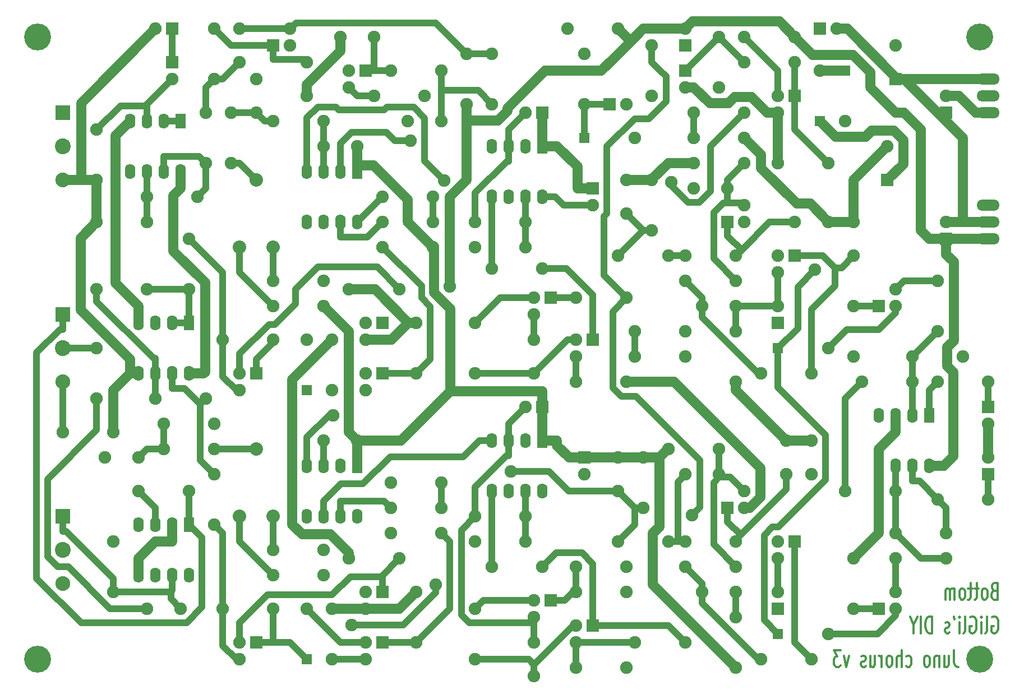
<source format=gbl>
G04 #@! TF.GenerationSoftware,KiCad,Pcbnew,5.1.10-88a1d61d58~88~ubuntu20.10.1*
G04 #@! TF.CreationDate,2021-06-25T22:17:59+02:00*
G04 #@! TF.ProjectId,juno-chorus-clone,6a756e6f-2d63-4686-9f72-75732d636c6f,3*
G04 #@! TF.SameCoordinates,Original*
G04 #@! TF.FileFunction,Copper,L2,Bot*
G04 #@! TF.FilePolarity,Positive*
%FSLAX46Y46*%
G04 Gerber Fmt 4.6, Leading zero omitted, Abs format (unit mm)*
G04 Created by KiCad (PCBNEW 5.1.10-88a1d61d58~88~ubuntu20.10.1) date 2021-06-25 22:17:59*
%MOMM*%
%LPD*%
G01*
G04 APERTURE LIST*
G04 #@! TA.AperFunction,NonConductor*
%ADD10C,0.300000*%
G04 #@! TD*
G04 #@! TA.AperFunction,ComponentPad*
%ADD11R,1.905000X1.905000*%
G04 #@! TD*
G04 #@! TA.AperFunction,ComponentPad*
%ADD12C,1.905000*%
G04 #@! TD*
G04 #@! TA.AperFunction,ComponentPad*
%ADD13C,2.395220*%
G04 #@! TD*
G04 #@! TA.AperFunction,ComponentPad*
%ADD14R,2.240280X2.240280*%
G04 #@! TD*
G04 #@! TA.AperFunction,ComponentPad*
%ADD15C,2.240280*%
G04 #@! TD*
G04 #@! TA.AperFunction,ComponentPad*
%ADD16R,1.574800X2.286000*%
G04 #@! TD*
G04 #@! TA.AperFunction,ComponentPad*
%ADD17O,1.574800X2.286000*%
G04 #@! TD*
G04 #@! TA.AperFunction,ComponentPad*
%ADD18R,1.524000X1.524000*%
G04 #@! TD*
G04 #@! TA.AperFunction,ComponentPad*
%ADD19C,2.032000*%
G04 #@! TD*
G04 #@! TA.AperFunction,ComponentPad*
%ADD20O,3.500120X1.699260*%
G04 #@! TD*
G04 #@! TA.AperFunction,ComponentPad*
%ADD21C,4.064000*%
G04 #@! TD*
G04 #@! TA.AperFunction,ViaPad*
%ADD22C,1.905000*%
G04 #@! TD*
G04 #@! TA.AperFunction,Conductor*
%ADD23C,1.524000*%
G04 #@! TD*
G04 #@! TA.AperFunction,Conductor*
%ADD24C,1.016000*%
G04 #@! TD*
G04 APERTURE END LIST*
D10*
X204079928Y-143328571D02*
X203844071Y-143449523D01*
X203765452Y-143570476D01*
X203686833Y-143812380D01*
X203686833Y-144175238D01*
X203765452Y-144417142D01*
X203844071Y-144538095D01*
X204001309Y-144659047D01*
X204630261Y-144659047D01*
X204630261Y-142119047D01*
X204079928Y-142119047D01*
X203922690Y-142240000D01*
X203844071Y-142360952D01*
X203765452Y-142602857D01*
X203765452Y-142844761D01*
X203844071Y-143086666D01*
X203922690Y-143207619D01*
X204079928Y-143328571D01*
X204630261Y-143328571D01*
X202743404Y-144659047D02*
X202900642Y-144538095D01*
X202979261Y-144417142D01*
X203057880Y-144175238D01*
X203057880Y-143449523D01*
X202979261Y-143207619D01*
X202900642Y-143086666D01*
X202743404Y-142965714D01*
X202507547Y-142965714D01*
X202350309Y-143086666D01*
X202271690Y-143207619D01*
X202193071Y-143449523D01*
X202193071Y-144175238D01*
X202271690Y-144417142D01*
X202350309Y-144538095D01*
X202507547Y-144659047D01*
X202743404Y-144659047D01*
X201721357Y-142965714D02*
X201092404Y-142965714D01*
X201485500Y-142119047D02*
X201485500Y-144296190D01*
X201406880Y-144538095D01*
X201249642Y-144659047D01*
X201092404Y-144659047D01*
X200777928Y-142965714D02*
X200148976Y-142965714D01*
X200542071Y-142119047D02*
X200542071Y-144296190D01*
X200463452Y-144538095D01*
X200306214Y-144659047D01*
X200148976Y-144659047D01*
X199362785Y-144659047D02*
X199520023Y-144538095D01*
X199598642Y-144417142D01*
X199677261Y-144175238D01*
X199677261Y-143449523D01*
X199598642Y-143207619D01*
X199520023Y-143086666D01*
X199362785Y-142965714D01*
X199126928Y-142965714D01*
X198969690Y-143086666D01*
X198891071Y-143207619D01*
X198812452Y-143449523D01*
X198812452Y-144175238D01*
X198891071Y-144417142D01*
X198969690Y-144538095D01*
X199126928Y-144659047D01*
X199362785Y-144659047D01*
X198104880Y-144659047D02*
X198104880Y-142965714D01*
X198104880Y-143207619D02*
X198026261Y-143086666D01*
X197869023Y-142965714D01*
X197633166Y-142965714D01*
X197475928Y-143086666D01*
X197397309Y-143328571D01*
X197397309Y-144659047D01*
X197397309Y-143328571D02*
X197318690Y-143086666D01*
X197161452Y-142965714D01*
X196925595Y-142965714D01*
X196768357Y-143086666D01*
X196689738Y-143328571D01*
X196689738Y-144659047D01*
X203780571Y-147320000D02*
X203937809Y-147199047D01*
X204173666Y-147199047D01*
X204409523Y-147320000D01*
X204566761Y-147561904D01*
X204645380Y-147803809D01*
X204724000Y-148287619D01*
X204724000Y-148650476D01*
X204645380Y-149134285D01*
X204566761Y-149376190D01*
X204409523Y-149618095D01*
X204173666Y-149739047D01*
X204016428Y-149739047D01*
X203780571Y-149618095D01*
X203701952Y-149497142D01*
X203701952Y-148650476D01*
X204016428Y-148650476D01*
X202758523Y-149739047D02*
X202915761Y-149618095D01*
X202994380Y-149376190D01*
X202994380Y-147199047D01*
X202129571Y-149739047D02*
X202129571Y-148045714D01*
X202129571Y-147199047D02*
X202208190Y-147320000D01*
X202129571Y-147440952D01*
X202050952Y-147320000D01*
X202129571Y-147199047D01*
X202129571Y-147440952D01*
X200478571Y-147320000D02*
X200635809Y-147199047D01*
X200871666Y-147199047D01*
X201107523Y-147320000D01*
X201264761Y-147561904D01*
X201343380Y-147803809D01*
X201422000Y-148287619D01*
X201422000Y-148650476D01*
X201343380Y-149134285D01*
X201264761Y-149376190D01*
X201107523Y-149618095D01*
X200871666Y-149739047D01*
X200714428Y-149739047D01*
X200478571Y-149618095D01*
X200399952Y-149497142D01*
X200399952Y-148650476D01*
X200714428Y-148650476D01*
X199456523Y-149739047D02*
X199613761Y-149618095D01*
X199692380Y-149376190D01*
X199692380Y-147199047D01*
X198827571Y-149739047D02*
X198827571Y-148045714D01*
X198827571Y-147199047D02*
X198906190Y-147320000D01*
X198827571Y-147440952D01*
X198748952Y-147320000D01*
X198827571Y-147199047D01*
X198827571Y-147440952D01*
X197962761Y-147199047D02*
X198120000Y-147682857D01*
X197333809Y-149618095D02*
X197176571Y-149739047D01*
X196862095Y-149739047D01*
X196704857Y-149618095D01*
X196626238Y-149376190D01*
X196626238Y-149255238D01*
X196704857Y-149013333D01*
X196862095Y-148892380D01*
X197097952Y-148892380D01*
X197255190Y-148771428D01*
X197333809Y-148529523D01*
X197333809Y-148408571D01*
X197255190Y-148166666D01*
X197097952Y-148045714D01*
X196862095Y-148045714D01*
X196704857Y-148166666D01*
X194660761Y-149739047D02*
X194660761Y-147199047D01*
X194267666Y-147199047D01*
X194031809Y-147320000D01*
X193874571Y-147561904D01*
X193795952Y-147803809D01*
X193717333Y-148287619D01*
X193717333Y-148650476D01*
X193795952Y-149134285D01*
X193874571Y-149376190D01*
X194031809Y-149618095D01*
X194267666Y-149739047D01*
X194660761Y-149739047D01*
X193009761Y-149739047D02*
X193009761Y-147199047D01*
X191909095Y-148529523D02*
X191909095Y-149739047D01*
X192459428Y-147199047D02*
X191909095Y-148529523D01*
X191358761Y-147199047D01*
X198035333Y-152279047D02*
X198035333Y-154093333D01*
X198113952Y-154456190D01*
X198271190Y-154698095D01*
X198507047Y-154819047D01*
X198664285Y-154819047D01*
X196541571Y-153125714D02*
X196541571Y-154819047D01*
X197249142Y-153125714D02*
X197249142Y-154456190D01*
X197170523Y-154698095D01*
X197013285Y-154819047D01*
X196777428Y-154819047D01*
X196620190Y-154698095D01*
X196541571Y-154577142D01*
X195755380Y-153125714D02*
X195755380Y-154819047D01*
X195755380Y-153367619D02*
X195676761Y-153246666D01*
X195519523Y-153125714D01*
X195283666Y-153125714D01*
X195126428Y-153246666D01*
X195047809Y-153488571D01*
X195047809Y-154819047D01*
X194025761Y-154819047D02*
X194183000Y-154698095D01*
X194261619Y-154577142D01*
X194340238Y-154335238D01*
X194340238Y-153609523D01*
X194261619Y-153367619D01*
X194183000Y-153246666D01*
X194025761Y-153125714D01*
X193789904Y-153125714D01*
X193632666Y-153246666D01*
X193554047Y-153367619D01*
X193475428Y-153609523D01*
X193475428Y-154335238D01*
X193554047Y-154577142D01*
X193632666Y-154698095D01*
X193789904Y-154819047D01*
X194025761Y-154819047D01*
X190802380Y-154698095D02*
X190959619Y-154819047D01*
X191274095Y-154819047D01*
X191431333Y-154698095D01*
X191509952Y-154577142D01*
X191588571Y-154335238D01*
X191588571Y-153609523D01*
X191509952Y-153367619D01*
X191431333Y-153246666D01*
X191274095Y-153125714D01*
X190959619Y-153125714D01*
X190802380Y-153246666D01*
X190094809Y-154819047D02*
X190094809Y-152279047D01*
X189387238Y-154819047D02*
X189387238Y-153488571D01*
X189465857Y-153246666D01*
X189623095Y-153125714D01*
X189858952Y-153125714D01*
X190016190Y-153246666D01*
X190094809Y-153367619D01*
X188365190Y-154819047D02*
X188522428Y-154698095D01*
X188601047Y-154577142D01*
X188679666Y-154335238D01*
X188679666Y-153609523D01*
X188601047Y-153367619D01*
X188522428Y-153246666D01*
X188365190Y-153125714D01*
X188129333Y-153125714D01*
X187972095Y-153246666D01*
X187893476Y-153367619D01*
X187814857Y-153609523D01*
X187814857Y-154335238D01*
X187893476Y-154577142D01*
X187972095Y-154698095D01*
X188129333Y-154819047D01*
X188365190Y-154819047D01*
X187107285Y-154819047D02*
X187107285Y-153125714D01*
X187107285Y-153609523D02*
X187028666Y-153367619D01*
X186950047Y-153246666D01*
X186792809Y-153125714D01*
X186635571Y-153125714D01*
X185377666Y-153125714D02*
X185377666Y-154819047D01*
X186085238Y-153125714D02*
X186085238Y-154456190D01*
X186006619Y-154698095D01*
X185849380Y-154819047D01*
X185613523Y-154819047D01*
X185456285Y-154698095D01*
X185377666Y-154577142D01*
X184670095Y-154698095D02*
X184512857Y-154819047D01*
X184198380Y-154819047D01*
X184041142Y-154698095D01*
X183962523Y-154456190D01*
X183962523Y-154335238D01*
X184041142Y-154093333D01*
X184198380Y-153972380D01*
X184434238Y-153972380D01*
X184591476Y-153851428D01*
X184670095Y-153609523D01*
X184670095Y-153488571D01*
X184591476Y-153246666D01*
X184434238Y-153125714D01*
X184198380Y-153125714D01*
X184041142Y-153246666D01*
X182154285Y-153125714D02*
X181761190Y-154819047D01*
X181368095Y-153125714D01*
X180896380Y-152279047D02*
X179874333Y-152279047D01*
X180424666Y-153246666D01*
X180188809Y-153246666D01*
X180031571Y-153367619D01*
X179952952Y-153488571D01*
X179874333Y-153730476D01*
X179874333Y-154335238D01*
X179952952Y-154577142D01*
X180031571Y-154698095D01*
X180188809Y-154819047D01*
X180660523Y-154819047D01*
X180817761Y-154698095D01*
X180896380Y-154577142D01*
D11*
X186690000Y-100330000D03*
D12*
X189230000Y-100330000D03*
X189230000Y-97790000D03*
D11*
X186690000Y-146050000D03*
D12*
X189230000Y-146050000D03*
X189230000Y-143510000D03*
D11*
X111760000Y-110490000D03*
D12*
X109220000Y-110490000D03*
X109220000Y-113030000D03*
D11*
X173990000Y-68580000D03*
D12*
X171450000Y-68580000D03*
X171450000Y-71120000D03*
D11*
X92710000Y-151130000D03*
D12*
X90170000Y-151130000D03*
X90170000Y-153670000D03*
D11*
X137160000Y-99060000D03*
D12*
X134620000Y-99060000D03*
X134620000Y-101600000D03*
D11*
X137160000Y-144780000D03*
D12*
X134620000Y-144780000D03*
X134620000Y-147320000D03*
D11*
X143510000Y-105410000D03*
D12*
X140970000Y-105410000D03*
X140970000Y-107950000D03*
D11*
X143510000Y-148590000D03*
D12*
X140970000Y-148590000D03*
X140970000Y-151130000D03*
D11*
X92710000Y-110490000D03*
D12*
X90170000Y-110490000D03*
X90170000Y-113030000D03*
D11*
X95250000Y-60960000D03*
D12*
X97790000Y-60960000D03*
X97790000Y-58420000D03*
D11*
X109220000Y-64770000D03*
D12*
X106680000Y-64770000D03*
X106680000Y-67310000D03*
D11*
X173990000Y-92710000D03*
D12*
X171450000Y-92710000D03*
X171450000Y-95250000D03*
D11*
X163830000Y-87630000D03*
D12*
X166370000Y-87630000D03*
X166370000Y-85090000D03*
D11*
X163830000Y-130810000D03*
D12*
X166370000Y-130810000D03*
X166370000Y-128270000D03*
D11*
X173990000Y-135890000D03*
D12*
X171450000Y-135890000D03*
X171450000Y-138430000D03*
D11*
X111760000Y-102870000D03*
D12*
X109220000Y-102870000D03*
X109220000Y-105410000D03*
D11*
X111760000Y-143510000D03*
D12*
X109220000Y-143510000D03*
X109220000Y-146050000D03*
D11*
X111760000Y-151130000D03*
D12*
X109220000Y-151130000D03*
X109220000Y-153670000D03*
D11*
X80010000Y-58420000D03*
D12*
X77470000Y-58420000D03*
D11*
X177800000Y-58420000D03*
D12*
X180340000Y-58420000D03*
D11*
X157480000Y-60960000D03*
D12*
X157480000Y-58420000D03*
D11*
X203200000Y-125730000D03*
D12*
X203200000Y-123190000D03*
D11*
X203200000Y-115570000D03*
D12*
X203200000Y-118110000D03*
D13*
X63500000Y-106680000D03*
D14*
X63500000Y-101600000D03*
D15*
X63500000Y-111760000D03*
D13*
X63500000Y-76200000D03*
D14*
X63500000Y-71120000D03*
D15*
X63500000Y-81280000D03*
D13*
X63500000Y-137160000D03*
D14*
X63500000Y-132080000D03*
D15*
X63500000Y-142240000D03*
D16*
X135890000Y-120650000D03*
D17*
X133350000Y-120650000D03*
X130810000Y-120650000D03*
X128270000Y-120650000D03*
X128270000Y-128270000D03*
X130810000Y-128270000D03*
X133350000Y-128270000D03*
X135890000Y-128270000D03*
D16*
X194310000Y-116840000D03*
D17*
X191770000Y-116840000D03*
X189230000Y-116840000D03*
X186690000Y-116840000D03*
X186690000Y-124460000D03*
X189230000Y-124460000D03*
X191770000Y-124460000D03*
X194310000Y-124460000D03*
D16*
X81280000Y-72390000D03*
D17*
X78740000Y-72390000D03*
X76200000Y-72390000D03*
X73660000Y-72390000D03*
X73660000Y-80010000D03*
X76200000Y-80010000D03*
X78740000Y-80010000D03*
X81280000Y-80010000D03*
D16*
X107950000Y-80010000D03*
D17*
X105410000Y-80010000D03*
X102870000Y-80010000D03*
X100330000Y-80010000D03*
X100330000Y-87630000D03*
X102870000Y-87630000D03*
X105410000Y-87630000D03*
X107950000Y-87630000D03*
D16*
X135890000Y-76200000D03*
D17*
X133350000Y-76200000D03*
X130810000Y-76200000D03*
X128270000Y-76200000D03*
X128270000Y-83820000D03*
X130810000Y-83820000D03*
X133350000Y-83820000D03*
X135890000Y-83820000D03*
D16*
X107950000Y-124460000D03*
D17*
X105410000Y-124460000D03*
X102870000Y-124460000D03*
X100330000Y-124460000D03*
X100330000Y-132080000D03*
X102870000Y-132080000D03*
X105410000Y-132080000D03*
X107950000Y-132080000D03*
D16*
X82550000Y-102870000D03*
D17*
X80010000Y-102870000D03*
X77470000Y-102870000D03*
X74930000Y-102870000D03*
X74930000Y-110490000D03*
X77470000Y-110490000D03*
X80010000Y-110490000D03*
X82550000Y-110490000D03*
D16*
X82550000Y-133350000D03*
D17*
X80010000Y-133350000D03*
X77470000Y-133350000D03*
X74930000Y-133350000D03*
X74930000Y-140970000D03*
X77470000Y-140970000D03*
X80010000Y-140970000D03*
X82550000Y-140970000D03*
D18*
X181610000Y-64770000D03*
D12*
X181610000Y-72390000D03*
D18*
X100330000Y-113030000D03*
D12*
X100330000Y-105410000D03*
D18*
X142240000Y-74930000D03*
D12*
X149860000Y-74930000D03*
D18*
X171450000Y-106680000D03*
D12*
X179070000Y-106680000D03*
D18*
X171450000Y-149860000D03*
D12*
X179070000Y-149860000D03*
D18*
X100330000Y-153670000D03*
D12*
X100330000Y-146050000D03*
D18*
X177800000Y-72390000D03*
D12*
X177800000Y-64770000D03*
D11*
X187960000Y-81280000D03*
D12*
X187960000Y-76200000D03*
D11*
X189230000Y-66040000D03*
D12*
X189230000Y-60960000D03*
X134620000Y-110490000D03*
X134620000Y-105410000D03*
X160020000Y-143510000D03*
X165100000Y-143510000D03*
X100330000Y-63500000D03*
X100330000Y-68580000D03*
X81280000Y-146050000D03*
X76200000Y-146050000D03*
X90170000Y-63500000D03*
X90170000Y-58420000D03*
X120650000Y-72390000D03*
X115570000Y-72390000D03*
X110490000Y-59690000D03*
X105410000Y-59690000D03*
X92710000Y-71120000D03*
X92710000Y-66040000D03*
X157480000Y-125730000D03*
X162560000Y-125730000D03*
X148590000Y-86360000D03*
X148590000Y-81280000D03*
X176530000Y-125730000D03*
X176530000Y-120650000D03*
X147320000Y-128270000D03*
X147320000Y-123190000D03*
X172720000Y-125730000D03*
X172720000Y-120650000D03*
X102870000Y-120650000D03*
X107950000Y-120650000D03*
X74930000Y-123190000D03*
X69850000Y-123190000D03*
X102870000Y-76200000D03*
X107950000Y-76200000D03*
X160020000Y-100330000D03*
X165100000Y-100330000D03*
X158750000Y-82550000D03*
X163830000Y-82550000D03*
X182880000Y-92710000D03*
X182880000Y-87630000D03*
X173990000Y-87630000D03*
X179070000Y-87630000D03*
X134620000Y-156210000D03*
X134620000Y-151130000D03*
D11*
X142240000Y-123190000D03*
D12*
X142240000Y-125730000D03*
D11*
X135890000Y-71120000D03*
D12*
X133350000Y-71120000D03*
D11*
X171450000Y-102870000D03*
D12*
X171450000Y-100330000D03*
D11*
X143510000Y-82550000D03*
D12*
X143510000Y-85090000D03*
D11*
X135890000Y-115570000D03*
D12*
X133350000Y-115570000D03*
D11*
X196850000Y-71120000D03*
D12*
X196850000Y-68580000D03*
D11*
X196850000Y-90170000D03*
D12*
X196850000Y-87630000D03*
D11*
X171450000Y-146050000D03*
D12*
X171450000Y-143510000D03*
D11*
X80010000Y-63500000D03*
D12*
X80010000Y-66040000D03*
D11*
X157480000Y-64770000D03*
D12*
X157480000Y-67310000D03*
D19*
X90170000Y-132080000D03*
X92710000Y-121920000D03*
X95250000Y-132080000D03*
X90170000Y-91440000D03*
X92710000Y-81280000D03*
X95250000Y-91440000D03*
D11*
X146050000Y-69850000D03*
D12*
X148590000Y-69850000D03*
X165100000Y-135890000D03*
X157480000Y-135890000D03*
X148590000Y-154940000D03*
X140970000Y-154940000D03*
X95250000Y-137160000D03*
X102870000Y-137160000D03*
X95250000Y-140970000D03*
X102870000Y-140970000D03*
X78740000Y-121920000D03*
X86360000Y-121920000D03*
X78740000Y-118110000D03*
X86360000Y-118110000D03*
X182880000Y-146050000D03*
X182880000Y-138430000D03*
X154940000Y-121920000D03*
X162560000Y-121920000D03*
X165100000Y-147320000D03*
X165100000Y-154940000D03*
X176530000Y-153670000D03*
X168910000Y-153670000D03*
X157480000Y-139700000D03*
X165100000Y-139700000D03*
X125730000Y-132080000D03*
X133350000Y-132080000D03*
X154940000Y-135890000D03*
X147320000Y-135890000D03*
X151130000Y-130810000D03*
X151130000Y-123190000D03*
X113030000Y-130810000D03*
X120650000Y-130810000D03*
X113030000Y-127000000D03*
X120650000Y-127000000D03*
X196850000Y-134620000D03*
X189230000Y-134620000D03*
X189230000Y-128270000D03*
X181610000Y-128270000D03*
X196850000Y-138430000D03*
X189230000Y-138430000D03*
X203200000Y-129540000D03*
X195580000Y-129540000D03*
X140970000Y-99060000D03*
X148590000Y-99060000D03*
X157480000Y-104140000D03*
X149860000Y-104140000D03*
X140970000Y-143510000D03*
X148590000Y-143510000D03*
X158750000Y-74930000D03*
X166370000Y-74930000D03*
X166370000Y-71120000D03*
X158750000Y-71120000D03*
X152400000Y-60960000D03*
X152400000Y-68580000D03*
X142240000Y-62230000D03*
X142240000Y-69850000D03*
X139700000Y-58420000D03*
X147320000Y-58420000D03*
X162560000Y-59690000D03*
X162560000Y-67310000D03*
X173990000Y-63500000D03*
X166370000Y-63500000D03*
X179070000Y-78740000D03*
X171450000Y-78740000D03*
X173990000Y-59690000D03*
X166370000Y-59690000D03*
X140970000Y-139700000D03*
X148590000Y-139700000D03*
X82550000Y-90170000D03*
X82550000Y-97790000D03*
X86360000Y-133350000D03*
X86360000Y-125730000D03*
X87630000Y-146050000D03*
X95250000Y-146050000D03*
X128270000Y-139700000D03*
X135890000Y-139700000D03*
X149860000Y-151130000D03*
X157480000Y-151130000D03*
X125730000Y-146050000D03*
X125730000Y-153670000D03*
X125730000Y-135890000D03*
X133350000Y-135890000D03*
X114300000Y-138430000D03*
X106680000Y-138430000D03*
X120650000Y-134620000D03*
X113030000Y-134620000D03*
X116840000Y-143510000D03*
X116840000Y-151130000D03*
X104140000Y-146050000D03*
X104140000Y-153670000D03*
X128270000Y-69850000D03*
X128270000Y-62230000D03*
X152400000Y-88900000D03*
X152400000Y-81280000D03*
X111760000Y-87630000D03*
X119380000Y-87630000D03*
X111760000Y-83820000D03*
X119380000Y-83820000D03*
X199390000Y-107950000D03*
X191770000Y-107950000D03*
X191770000Y-111760000D03*
X184150000Y-111760000D03*
X195580000Y-104140000D03*
X195580000Y-96520000D03*
X203200000Y-111760000D03*
X195580000Y-111760000D03*
X124460000Y-69850000D03*
X124460000Y-62230000D03*
X110490000Y-68580000D03*
X118110000Y-68580000D03*
X113030000Y-64770000D03*
X120650000Y-64770000D03*
X154940000Y-92710000D03*
X147320000Y-92710000D03*
X86360000Y-58420000D03*
X86360000Y-66040000D03*
X85090000Y-71120000D03*
X85090000Y-78740000D03*
X83820000Y-83820000D03*
X76200000Y-83820000D03*
X76200000Y-87630000D03*
X68580000Y-87630000D03*
X68580000Y-73660000D03*
X68580000Y-81280000D03*
X77470000Y-114300000D03*
X85090000Y-114300000D03*
X76200000Y-97790000D03*
X68580000Y-97790000D03*
X74930000Y-128270000D03*
X82550000Y-128270000D03*
X71120000Y-135890000D03*
X71120000Y-143510000D03*
X68580000Y-106680000D03*
X68580000Y-114300000D03*
X148590000Y-111760000D03*
X140970000Y-111760000D03*
X87630000Y-105410000D03*
X95250000Y-105410000D03*
X128270000Y-94615000D03*
X135890000Y-94615000D03*
X149860000Y-107950000D03*
X157480000Y-107950000D03*
X125730000Y-102870000D03*
X125730000Y-110490000D03*
X125730000Y-91440000D03*
X133350000Y-91440000D03*
X114300000Y-97790000D03*
X106680000Y-97790000D03*
X111760000Y-91440000D03*
X119380000Y-91440000D03*
X116840000Y-102870000D03*
X116840000Y-110490000D03*
X104140000Y-105410000D03*
X104140000Y-113030000D03*
X125730000Y-87630000D03*
X133350000Y-87630000D03*
X63500000Y-119380000D03*
X71120000Y-119380000D03*
X95250000Y-96520000D03*
X102870000Y-96520000D03*
X95250000Y-100330000D03*
X102870000Y-100330000D03*
X88900000Y-71120000D03*
X88900000Y-78740000D03*
X95250000Y-72390000D03*
X102870000Y-72390000D03*
X182880000Y-100330000D03*
X182880000Y-107950000D03*
X158750000Y-78740000D03*
X166370000Y-78740000D03*
X165100000Y-104140000D03*
X165100000Y-111760000D03*
X176530000Y-110490000D03*
X168910000Y-110490000D03*
X157480000Y-96520000D03*
X165100000Y-96520000D03*
X165100000Y-92710000D03*
X157480000Y-92710000D03*
D20*
X203200000Y-87630000D03*
X203200000Y-85090000D03*
X203200000Y-90170000D03*
X203200000Y-68580000D03*
X203200000Y-66040000D03*
X203200000Y-71120000D03*
D21*
X59690000Y-59690000D03*
X59690000Y-153670000D03*
X201930000Y-59690000D03*
X201930000Y-153670000D03*
D22*
X115925000Y-75369300D03*
X121032700Y-81340500D03*
X158467400Y-131899800D03*
X177030600Y-94834800D03*
X155326300Y-81598800D03*
X119787200Y-142373900D03*
X107090800Y-148502700D03*
X131101100Y-125285600D03*
X104301200Y-116848900D03*
X121859200Y-97323100D03*
D23*
X196850000Y-68580000D02*
X198755000Y-68580000D01*
X201295000Y-71120000D02*
X203200000Y-71120000D01*
X198755000Y-68580000D02*
X201295000Y-71120000D01*
X74930000Y-102870000D02*
X74930000Y-100329700D01*
X167157600Y-130810000D02*
X166370000Y-130810000D01*
X168757000Y-129210600D02*
X167157600Y-130810000D01*
X168757000Y-124776000D02*
X168757000Y-129210600D01*
X155741000Y-111760000D02*
X168757000Y-124776000D01*
X148590000Y-111760000D02*
X155741000Y-111760000D01*
X71439700Y-96839400D02*
X74930000Y-100329700D01*
X71439700Y-74610300D02*
X71439700Y-96839400D01*
X73660000Y-72390000D02*
X71439700Y-74610300D01*
X171450000Y-78740000D02*
X171450000Y-71120000D01*
X158750000Y-67310000D02*
X157480000Y-67310000D01*
X161147400Y-69707400D02*
X158750000Y-67310000D01*
X163972600Y-69707400D02*
X161147400Y-69707400D01*
X164909900Y-68770100D02*
X163972600Y-69707400D01*
X167458300Y-68770100D02*
X164909900Y-68770100D01*
X169808200Y-71120000D02*
X167458300Y-68770100D01*
X171450000Y-71120000D02*
X169808200Y-71120000D01*
X199390000Y-87630000D02*
X199390000Y-74930000D01*
X199390000Y-74930000D02*
X196850000Y-72390000D01*
X180340000Y-58420000D02*
X181866190Y-58420000D01*
X189358095Y-65911905D02*
X189230000Y-66040000D01*
X181866190Y-58420000D02*
X189358095Y-65911905D01*
X193675000Y-69215000D02*
X190500000Y-66040000D01*
X193040000Y-66040000D02*
X203200000Y-66040000D01*
X196850000Y-71120000D02*
X196850000Y-72390000D01*
X193040000Y-68580000D02*
X193675000Y-69215000D01*
X193675000Y-69215000D02*
X196850000Y-72390000D01*
X135890000Y-71120000D02*
X135890000Y-76200000D01*
X182880000Y-81280000D02*
X187960000Y-76200000D01*
X182880000Y-87630000D02*
X182880000Y-81280000D01*
X107950000Y-120650000D02*
X107950000Y-124460000D01*
X142240000Y-123190000D02*
X147320000Y-123190000D01*
X138074700Y-121374500D02*
X138074700Y-120650000D01*
X139890200Y-123190000D02*
X138074700Y-121374500D01*
X142240000Y-123190000D02*
X139890200Y-123190000D01*
X135890000Y-120650000D02*
X138074700Y-120650000D01*
X172720000Y-120650000D02*
X176530000Y-120650000D01*
X189230000Y-66040000D02*
X190500000Y-66040000D01*
X190500000Y-66040000D02*
X193040000Y-66040000D01*
X179070000Y-87630000D02*
X182880000Y-87630000D01*
X106680000Y-119380000D02*
X107950000Y-120650000D01*
X106680000Y-104140000D02*
X106680000Y-119380000D01*
X102870000Y-100330000D02*
X106680000Y-104140000D01*
X203200000Y-118110000D02*
X203200000Y-123190000D01*
X196850000Y-87630000D02*
X199390000Y-87630000D01*
X199390000Y-87630000D02*
X200660000Y-87630000D01*
X200660000Y-87630000D02*
X203200000Y-87630000D01*
X68580000Y-81280000D02*
X68580000Y-87630000D01*
X107950000Y-76200000D02*
X107950000Y-77469700D01*
X151130000Y-123190000D02*
X147320000Y-123190000D01*
X152400000Y-81280000D02*
X148590000Y-81280000D01*
X153531500Y-123190000D02*
X151130000Y-123190000D01*
X154801500Y-121920000D02*
X153531500Y-123190000D01*
X154940000Y-121920000D02*
X154801500Y-121920000D01*
X152561000Y-142401000D02*
X165100000Y-154940000D01*
X152561000Y-134638300D02*
X152561000Y-142401000D01*
X153531500Y-133667800D02*
X152561000Y-134638300D01*
X153531500Y-123190000D02*
X153531500Y-133667800D01*
X176305000Y-84865000D02*
X179070000Y-87630000D01*
X174249800Y-84865000D02*
X176305000Y-84865000D01*
X168910000Y-79525200D02*
X174249800Y-84865000D01*
X168910000Y-77470000D02*
X168910000Y-79525200D01*
X166370000Y-74930000D02*
X168910000Y-77470000D01*
X66210600Y-69679400D02*
X77470000Y-58420000D01*
X66210600Y-81280000D02*
X66210600Y-69679400D01*
X68580000Y-81280000D02*
X66210600Y-81280000D01*
X66210600Y-81280000D02*
X63500000Y-81280000D01*
X165100000Y-113030000D02*
X172720000Y-120650000D01*
X165100000Y-111760000D02*
X165100000Y-113030000D01*
X100330000Y-66902800D02*
X100330000Y-68580000D01*
X105410000Y-61822800D02*
X100330000Y-66902800D01*
X105410000Y-59690000D02*
X105410000Y-61822800D01*
X135890000Y-120650000D02*
X135890000Y-115570000D01*
X135890000Y-115570000D02*
X135890000Y-113220200D01*
X135890000Y-113220200D02*
X121971100Y-113220200D01*
X114541300Y-120650000D02*
X107950000Y-120650000D01*
X121971100Y-113220200D02*
X114541300Y-120650000D01*
X186690000Y-134620000D02*
X186690000Y-124460000D01*
X182880000Y-138430000D02*
X186690000Y-134620000D01*
X189229400Y-119380300D02*
X189230000Y-119380300D01*
X186690000Y-121919700D02*
X189229400Y-119380300D01*
X186690000Y-124460000D02*
X186690000Y-121919700D01*
X189230000Y-116840000D02*
X189230000Y-119380300D01*
X110400800Y-79078400D02*
X107950000Y-79078400D01*
X115570000Y-84247600D02*
X110400800Y-79078400D01*
X115570000Y-87630000D02*
X115570000Y-84247600D01*
X119380000Y-91440000D02*
X115570000Y-87630000D01*
X107950000Y-80010000D02*
X107950000Y-79078400D01*
X107950000Y-79078400D02*
X107950000Y-77469700D01*
X141160200Y-79285500D02*
X138074700Y-76200000D01*
X141160200Y-82550000D02*
X141160200Y-79285500D01*
X143510000Y-82550000D02*
X141160200Y-82550000D01*
X135890000Y-76200000D02*
X138074700Y-76200000D01*
X152400000Y-81202100D02*
X152400000Y-81280000D01*
X154862100Y-78740000D02*
X152400000Y-81202100D01*
X158750000Y-78740000D02*
X154862100Y-78740000D01*
X121971100Y-100757900D02*
X121971100Y-113220200D01*
X121971000Y-100757900D02*
X121971100Y-100757900D01*
X119509400Y-98296300D02*
X121971000Y-100757900D01*
X119509400Y-91569400D02*
X119509400Y-98296300D01*
X119380000Y-91440000D02*
X119509400Y-91569400D01*
X77469400Y-135890300D02*
X74930000Y-138429700D01*
X80010000Y-135890300D02*
X77469400Y-135890300D01*
X80010000Y-133350000D02*
X80010000Y-135890300D01*
X74930000Y-140970000D02*
X74930000Y-138429700D01*
X74930000Y-110490000D02*
X73651800Y-110490000D01*
X66163600Y-90046400D02*
X68580000Y-87630000D01*
X66163600Y-100880800D02*
X66163600Y-90046400D01*
X73651800Y-108369000D02*
X66163600Y-100880800D01*
X73651800Y-110490000D02*
X73651800Y-108369000D01*
X71120000Y-113021800D02*
X73651800Y-110490000D01*
X71120000Y-119380000D02*
X71120000Y-113021800D01*
D24*
X113612300Y-75369300D02*
X115925000Y-75369300D01*
X112328100Y-74085100D02*
X113612300Y-75369300D01*
X107097500Y-74085100D02*
X112328100Y-74085100D01*
X105410000Y-75772600D02*
X107097500Y-74085100D01*
X105410000Y-80010000D02*
X105410000Y-75772600D01*
X68580000Y-106680000D02*
X63500000Y-106680000D01*
D23*
X177800000Y-64770000D02*
X181610000Y-64770000D01*
D24*
X82550000Y-128270000D02*
X82550000Y-133350000D01*
X63004900Y-103863400D02*
X63500000Y-103863400D01*
X59496100Y-107372200D02*
X63004900Y-103863400D01*
X59496100Y-141438000D02*
X59496100Y-107372200D01*
X66216800Y-148158700D02*
X59496100Y-141438000D01*
X82136400Y-148158700D02*
X66216800Y-148158700D01*
X84484100Y-145811000D02*
X82136400Y-148158700D01*
X84484100Y-135284100D02*
X84484100Y-145811000D01*
X82550000Y-133350000D02*
X84484100Y-135284100D01*
X63500000Y-101600000D02*
X63500000Y-103863400D01*
D23*
X180150700Y-74740700D02*
X177800000Y-72390000D01*
X184664000Y-74740700D02*
X180150700Y-74740700D01*
X185572800Y-73831900D02*
X184664000Y-74740700D01*
X188920200Y-73831900D02*
X185572800Y-73831900D01*
X190353000Y-75264700D02*
X188920200Y-73831900D01*
X190353000Y-78887000D02*
X190353000Y-75264700D01*
X187960000Y-81280000D02*
X190353000Y-78887000D01*
D24*
X76200000Y-97790000D02*
X82550000Y-97790000D01*
X80010000Y-102870000D02*
X81940700Y-102870000D01*
X82550000Y-97790000D02*
X82550000Y-102870000D01*
X82550000Y-102870000D02*
X81940700Y-102870000D01*
X72136300Y-70103700D02*
X76200000Y-70103700D01*
X68580000Y-73660000D02*
X72136300Y-70103700D01*
X76200000Y-72390000D02*
X76200000Y-70103700D01*
X76200000Y-69850000D02*
X76200000Y-70103700D01*
X80010000Y-66040000D02*
X76200000Y-69850000D01*
X70582200Y-146050000D02*
X76200000Y-146050000D01*
X64270900Y-139738700D02*
X70582200Y-146050000D01*
X62721200Y-139738700D02*
X64270900Y-139738700D01*
X61156200Y-138173700D02*
X62721200Y-139738700D01*
X61156200Y-126466600D02*
X61156200Y-138173700D01*
X68580000Y-119042800D02*
X61156200Y-126466600D01*
X68580000Y-114300000D02*
X68580000Y-119042800D01*
X77470000Y-130810000D02*
X74930000Y-128270000D01*
X77470000Y-133350000D02*
X77470000Y-130810000D01*
X149860000Y-107950000D02*
X149860000Y-104140000D01*
X140970000Y-111760000D02*
X140970000Y-107950000D01*
X134620000Y-105410000D02*
X134620000Y-101600000D01*
X130810000Y-73660000D02*
X133350000Y-71120000D01*
X130810000Y-76200000D02*
X130810000Y-73660000D01*
X130504200Y-78486300D02*
X130810000Y-78486300D01*
X125730000Y-83260500D02*
X130504200Y-78486300D01*
X125730000Y-87630000D02*
X125730000Y-83260500D01*
X130810000Y-76200000D02*
X130810000Y-78486300D01*
X95250000Y-105854200D02*
X92710000Y-108394200D01*
X95250000Y-105410000D02*
X95250000Y-105854200D01*
X92710000Y-110490000D02*
X92710000Y-108394200D01*
X129540000Y-99060000D02*
X134620000Y-99060000D01*
X125730000Y-102870000D02*
X129540000Y-99060000D01*
X110933600Y-94423600D02*
X114300000Y-97790000D01*
X101984400Y-94423600D02*
X110933600Y-94423600D01*
X98616000Y-97792000D02*
X101984400Y-94423600D01*
X98616000Y-99965800D02*
X98616000Y-97792000D01*
X95489700Y-103092100D02*
X98616000Y-99965800D01*
X94603600Y-103092100D02*
X95489700Y-103092100D01*
X90170000Y-107525700D02*
X94603600Y-103092100D01*
X90170000Y-110490000D02*
X90170000Y-107525700D01*
X160020000Y-142240000D02*
X160020000Y-143510000D01*
X157480000Y-139700000D02*
X160020000Y-142240000D01*
X168451900Y-153670000D02*
X168910000Y-153670000D01*
X160020000Y-145238100D02*
X168451900Y-153670000D01*
X160020000Y-143510000D02*
X160020000Y-145238100D01*
X173990000Y-151130000D02*
X176530000Y-153670000D01*
X173990000Y-135890000D02*
X173990000Y-151130000D01*
X165100000Y-147320000D02*
X165100000Y-143510000D01*
X171450000Y-143510000D02*
X171450000Y-138430000D01*
X162560000Y-121920000D02*
X162560000Y-125730000D01*
X162560000Y-126142900D02*
X162560000Y-125730000D01*
X161734100Y-126968800D02*
X162560000Y-126142900D01*
X161734100Y-136334100D02*
X161734100Y-126968800D01*
X165100000Y-139700000D02*
X161734100Y-136334100D01*
X164242900Y-126142900D02*
X166370000Y-128270000D01*
X162560000Y-126142900D02*
X164242900Y-126142900D01*
X95250000Y-91440000D02*
X95250000Y-96520000D01*
X156333300Y-126876700D02*
X157480000Y-125730000D01*
X156333300Y-135890000D02*
X156333300Y-126876700D01*
X154940000Y-135890000D02*
X156333300Y-135890000D01*
X156333300Y-135890000D02*
X157480000Y-135890000D01*
X182880000Y-146050000D02*
X186690000Y-146050000D01*
X196850000Y-130810000D02*
X195580000Y-129540000D01*
X196850000Y-134620000D02*
X196850000Y-130810000D01*
X192786300Y-126746300D02*
X191770000Y-126746300D01*
X195580000Y-129540000D02*
X192786300Y-126746300D01*
X191770000Y-124460000D02*
X191770000Y-126746300D01*
X163830000Y-130810000D02*
X163830000Y-132905800D01*
X163830000Y-132905800D02*
X165828700Y-134904400D01*
X165100000Y-135633100D02*
X165828700Y-134904400D01*
X165100000Y-135890000D02*
X165100000Y-135633100D01*
X172720000Y-128013100D02*
X172720000Y-125730000D01*
X165828700Y-134904400D02*
X172720000Y-128013100D01*
X89696300Y-113030000D02*
X90170000Y-113030000D01*
X87630000Y-110963700D02*
X89696300Y-113030000D01*
X87630000Y-105410000D02*
X87630000Y-110963700D01*
X87630000Y-95250000D02*
X82550000Y-90170000D01*
X87630000Y-105410000D02*
X87630000Y-95250000D01*
X189230000Y-128270000D02*
X189230000Y-124460000D01*
X193040000Y-138430000D02*
X189230000Y-134620000D01*
X196850000Y-138430000D02*
X193040000Y-138430000D01*
X189230000Y-134620000D02*
X189230000Y-128270000D01*
X203200000Y-129540000D02*
X203200000Y-125730000D01*
X139090700Y-85090000D02*
X137820700Y-83820000D01*
X143510000Y-85090000D02*
X139090700Y-85090000D01*
X135890000Y-83820000D02*
X137820700Y-83820000D01*
X118110000Y-78417800D02*
X121032700Y-81340500D01*
X118110000Y-71957000D02*
X118110000Y-78417800D01*
X116419200Y-70266200D02*
X118110000Y-71957000D01*
X112428200Y-70266200D02*
X116419200Y-70266200D01*
X111997700Y-70696700D02*
X112428200Y-70266200D01*
X105095600Y-70696700D02*
X111997700Y-70696700D01*
X104658500Y-70259600D02*
X105095600Y-70696700D01*
X101973600Y-70259600D02*
X104658500Y-70259600D01*
X100330000Y-71903200D02*
X101973600Y-70259600D01*
X100330000Y-80010000D02*
X100330000Y-71903200D01*
X203200000Y-111760000D02*
X203200000Y-115570000D01*
X88900000Y-60960000D02*
X95250000Y-60960000D01*
X86360000Y-58420000D02*
X88900000Y-60960000D01*
X99885800Y-63055800D02*
X100330000Y-63500000D01*
X95250000Y-63055800D02*
X99885800Y-63055800D01*
X95250000Y-60960000D02*
X95250000Y-63055800D01*
X133350000Y-91440000D02*
X133350000Y-87630000D01*
X133350000Y-87630000D02*
X133350000Y-83820000D01*
X157480000Y-92710000D02*
X154940000Y-92710000D01*
X194310000Y-113030000D02*
X194310000Y-116840000D01*
X195580000Y-111760000D02*
X194310000Y-113030000D01*
X191770000Y-111760000D02*
X191770000Y-116840000D01*
X195580000Y-104140000D02*
X191770000Y-107950000D01*
X191770000Y-107950000D02*
X191770000Y-111760000D01*
X80010000Y-63500000D02*
X80010000Y-58420000D01*
X181610000Y-114300000D02*
X181610000Y-128270000D01*
X184150000Y-111760000D02*
X181610000Y-114300000D01*
X78740000Y-80010000D02*
X78740000Y-77723700D01*
X85090000Y-82550000D02*
X83820000Y-83820000D01*
X85090000Y-78740000D02*
X85090000Y-82550000D01*
X84073700Y-77723700D02*
X78740000Y-77723700D01*
X85090000Y-78740000D02*
X84073700Y-77723700D01*
X76200000Y-87630000D02*
X76200000Y-83820000D01*
X76200000Y-83820000D02*
X76200000Y-80010000D01*
X85090000Y-67310000D02*
X86360000Y-66040000D01*
X85090000Y-71120000D02*
X85090000Y-67310000D01*
X87630000Y-66040000D02*
X90170000Y-63500000D01*
X86360000Y-66040000D02*
X87630000Y-66040000D01*
X78740000Y-72390000D02*
X81280000Y-72390000D01*
X110490000Y-59690000D02*
X110490000Y-64770000D01*
X113030000Y-64770000D02*
X110490000Y-64770000D01*
X110490000Y-64770000D02*
X109220000Y-64770000D01*
X139700000Y-105410000D02*
X140970000Y-105410000D01*
X134620000Y-110490000D02*
X139700000Y-105410000D01*
X125730000Y-110490000D02*
X134620000Y-110490000D01*
X120650000Y-64770000D02*
X120650000Y-67753400D01*
X120650000Y-67753400D02*
X120650000Y-72390000D01*
X126173400Y-67753400D02*
X128270000Y-69850000D01*
X120650000Y-67753400D02*
X126173400Y-67753400D01*
X163830000Y-81280000D02*
X163830000Y-82550000D01*
X166370000Y-78740000D02*
X163830000Y-81280000D01*
X163830000Y-84736000D02*
X163830000Y-82550000D01*
X163194900Y-84736000D02*
X163830000Y-84736000D01*
X161734100Y-86196800D02*
X163194900Y-84736000D01*
X161734100Y-93154100D02*
X161734100Y-86196800D01*
X165100000Y-96520000D02*
X161734100Y-93154100D01*
X166016000Y-84736000D02*
X166370000Y-85090000D01*
X163830000Y-84736000D02*
X166016000Y-84736000D01*
X97790000Y-58420000D02*
X90170000Y-58420000D01*
X98656600Y-57553400D02*
X97790000Y-58420000D01*
X119783400Y-57553400D02*
X98656600Y-57553400D01*
X124460000Y-62230000D02*
X119783400Y-57553400D01*
X128270000Y-62230000D02*
X124460000Y-62230000D01*
X147320000Y-92710000D02*
X151130000Y-88900000D01*
X152400000Y-88900000D02*
X151130000Y-88900000D01*
X151130000Y-88900000D02*
X148590000Y-86360000D01*
X119380000Y-83820000D02*
X119380000Y-87630000D01*
X90170000Y-78740000D02*
X92710000Y-81280000D01*
X88900000Y-78740000D02*
X90170000Y-78740000D01*
X111760000Y-83820000D02*
X107950000Y-87630000D01*
X109473700Y-89916300D02*
X105410000Y-89916300D01*
X111760000Y-87630000D02*
X109473700Y-89916300D01*
X105410000Y-87630000D02*
X105410000Y-89916300D01*
X102870000Y-72390000D02*
X102870000Y-76200000D01*
X102870000Y-76200000D02*
X102870000Y-80010000D01*
X88900000Y-71120000D02*
X92710000Y-71120000D01*
X93980000Y-72390000D02*
X92710000Y-71120000D01*
X95250000Y-72390000D02*
X93980000Y-72390000D01*
X140970000Y-99060000D02*
X137160000Y-99060000D01*
X163830000Y-87630000D02*
X163830000Y-89725800D01*
X165957100Y-91852900D02*
X163830000Y-89725800D01*
X170180000Y-87630000D02*
X165957100Y-91852900D01*
X173990000Y-87630000D02*
X170180000Y-87630000D01*
X165957100Y-91852900D02*
X165100000Y-92710000D01*
X168451900Y-110490000D02*
X168910000Y-110490000D01*
X160020000Y-102058100D02*
X168451900Y-110490000D01*
X160020000Y-100330000D02*
X160020000Y-102058100D01*
X160020000Y-99060000D02*
X160020000Y-100330000D01*
X157480000Y-96520000D02*
X160020000Y-99060000D01*
X173990000Y-92710000D02*
X176085800Y-92710000D01*
X180046500Y-97315700D02*
X180046500Y-94561900D01*
X176530000Y-100832200D02*
X180046500Y-97315700D01*
X176530000Y-110490000D02*
X176530000Y-100832200D01*
X178194600Y-92710000D02*
X180046500Y-94561900D01*
X176085800Y-92710000D02*
X178194600Y-92710000D01*
X181028100Y-94561900D02*
X182880000Y-92710000D01*
X180046500Y-94561900D02*
X181028100Y-94561900D01*
X171450000Y-100330000D02*
X171450000Y-95250000D01*
X165100000Y-104140000D02*
X165100000Y-100330000D01*
X165100000Y-100330000D02*
X171450000Y-100330000D01*
X182880000Y-100330000D02*
X186690000Y-100330000D01*
X189230000Y-101336700D02*
X189230000Y-100330000D01*
X186657600Y-103909100D02*
X189230000Y-101336700D01*
X181840900Y-103909100D02*
X186657600Y-103909100D01*
X179070000Y-106680000D02*
X181840900Y-103909100D01*
X190500000Y-96520000D02*
X189230000Y-97790000D01*
X195580000Y-96520000D02*
X190500000Y-96520000D01*
X189230000Y-138430000D02*
X189230000Y-143510000D01*
X90170000Y-95250000D02*
X95250000Y-100330000D01*
X90170000Y-91440000D02*
X90170000Y-95250000D01*
X152400000Y-60960000D02*
X152400000Y-63500000D01*
X152400000Y-63500000D02*
X153670000Y-64770000D01*
X146473600Y-101176400D02*
X148590000Y-99060000D01*
X146473600Y-112718600D02*
X146473600Y-101176400D01*
X147752400Y-113997400D02*
X146473600Y-112718600D01*
X149982500Y-113997400D02*
X147752400Y-113997400D01*
X159623600Y-123638500D02*
X149982500Y-113997400D01*
X159623600Y-130743600D02*
X159623600Y-123638500D01*
X158467400Y-131899800D02*
X159623600Y-130743600D01*
X154526800Y-65626800D02*
X153670000Y-64770000D01*
X154526800Y-69457200D02*
X154526800Y-65626800D01*
X151954900Y-72029100D02*
X154526800Y-69457200D01*
X149796800Y-72029100D02*
X151954900Y-72029100D01*
X145605900Y-76220000D02*
X149796800Y-72029100D01*
X145605900Y-86380000D02*
X145605900Y-76220000D01*
X145174300Y-86811600D02*
X145605900Y-86380000D01*
X145174300Y-95644300D02*
X145174300Y-86811600D01*
X148590000Y-99060000D02*
X145174300Y-95644300D01*
X171450000Y-64770000D02*
X166370000Y-59690000D01*
X171450000Y-68580000D02*
X171450000Y-64770000D01*
X169354100Y-147764100D02*
X171450000Y-149860000D01*
X169354100Y-134932300D02*
X169354100Y-147764100D01*
X170571900Y-133714500D02*
X169354100Y-134932300D01*
X171519300Y-133714500D02*
X170571900Y-133714500D01*
X178626500Y-126607300D02*
X171519300Y-133714500D01*
X178626500Y-119762100D02*
X178626500Y-126607300D01*
X171450000Y-112585600D02*
X178626500Y-119762100D01*
X171450000Y-106680000D02*
X171450000Y-112585600D01*
X174434100Y-97431300D02*
X177030600Y-94834800D01*
X174434100Y-103695900D02*
X174434100Y-97431300D01*
X171450000Y-106680000D02*
X174434100Y-103695900D01*
X158750000Y-71120000D02*
X158750000Y-74930000D01*
X107950000Y-68580000D02*
X106680000Y-67310000D01*
X110490000Y-68580000D02*
X107950000Y-68580000D01*
X162560000Y-59690000D02*
X157480000Y-64770000D01*
X166370000Y-63500000D02*
X162560000Y-59690000D01*
X173990000Y-68580000D02*
X173990000Y-63500000D01*
X173990000Y-68580000D02*
X173990000Y-70675800D01*
X173990000Y-73660000D02*
X173990000Y-70675800D01*
X179070000Y-78740000D02*
X173990000Y-73660000D01*
X142240000Y-74930000D02*
X142240000Y-73024700D01*
X142240000Y-73024700D02*
X142240000Y-69850000D01*
X146050000Y-69850000D02*
X143954200Y-69850000D01*
X142240000Y-69850000D02*
X143954200Y-69850000D01*
X161284200Y-76205800D02*
X166370000Y-71120000D01*
X161284200Y-82980000D02*
X161284200Y-76205800D01*
X159595600Y-84668600D02*
X161284200Y-82980000D01*
X157900700Y-84668600D02*
X159595600Y-84668600D01*
X155326300Y-82094200D02*
X157900700Y-84668600D01*
X155326300Y-81598800D02*
X155326300Y-82094200D01*
X104140000Y-153670000D02*
X109220000Y-153670000D01*
X119787200Y-143594400D02*
X119787200Y-142373900D01*
X114878900Y-148502700D02*
X119787200Y-143594400D01*
X107090800Y-148502700D02*
X114878900Y-148502700D01*
X128270000Y-94615000D02*
X128270000Y-83820000D01*
X81852100Y-112776300D02*
X84232900Y-115157100D01*
X80010000Y-112776300D02*
X81852100Y-112776300D01*
X84232900Y-123602900D02*
X84232900Y-115157100D01*
X86360000Y-125730000D02*
X84232900Y-123602900D01*
X84232900Y-115157100D02*
X85090000Y-114300000D01*
X80010000Y-110490000D02*
X80010000Y-112776300D01*
X77470000Y-114300000D02*
X77470000Y-110490000D01*
X77154800Y-108203700D02*
X77470000Y-108203700D01*
X68580000Y-99628900D02*
X77154800Y-108203700D01*
X68580000Y-97790000D02*
X68580000Y-99628900D01*
X77470000Y-110490000D02*
X77470000Y-108203700D01*
X87630000Y-151606600D02*
X87630000Y-146050000D01*
X89693400Y-153670000D02*
X87630000Y-151606600D01*
X90170000Y-153670000D02*
X89693400Y-153670000D01*
X87630000Y-134620000D02*
X86360000Y-133350000D01*
X87630000Y-146050000D02*
X87630000Y-134620000D01*
X123879900Y-123109400D02*
X126339300Y-120650000D01*
X112865100Y-123109400D02*
X123879900Y-123109400D01*
X108789400Y-127185100D02*
X112865100Y-123109400D01*
X105478600Y-127185100D02*
X108789400Y-127185100D01*
X102870000Y-129793700D02*
X105478600Y-127185100D01*
X102870000Y-132080000D02*
X102870000Y-129793700D01*
X128270000Y-120650000D02*
X126339300Y-120650000D01*
X127000000Y-144780000D02*
X134620000Y-144780000D01*
X125730000Y-146050000D02*
X127000000Y-144780000D01*
X105410000Y-151130000D02*
X109220000Y-151130000D01*
X100330000Y-146050000D02*
X105410000Y-151130000D01*
X111760000Y-143510000D02*
X111760000Y-141414200D01*
X114300000Y-138430000D02*
X111537900Y-141192100D01*
X106882100Y-141192100D02*
X111537900Y-141192100D01*
X104120100Y-143954100D02*
X106882100Y-141192100D01*
X94344400Y-143954100D02*
X104120100Y-143954100D01*
X90170000Y-148128500D02*
X94344400Y-143954100D01*
X90170000Y-151130000D02*
X90170000Y-148128500D01*
X111537900Y-141192100D02*
X111760000Y-141414200D01*
X102870000Y-120650000D02*
X102870000Y-124460000D01*
X112013700Y-129793700D02*
X105410000Y-129793700D01*
X113030000Y-130810000D02*
X112013700Y-129793700D01*
X105410000Y-132080000D02*
X105410000Y-129793700D01*
X86360000Y-121920000D02*
X92710000Y-121920000D01*
X116840000Y-110490000D02*
X111760000Y-110490000D01*
X118936600Y-108393400D02*
X116840000Y-110490000D01*
X118936600Y-100417900D02*
X118936600Y-108393400D01*
X117604100Y-99085400D02*
X118936600Y-100417900D01*
X117604100Y-97284100D02*
X117604100Y-99085400D01*
X111760000Y-91440000D02*
X117604100Y-97284100D01*
X78740000Y-118110000D02*
X78740000Y-121920000D01*
X76200000Y-121920000D02*
X74930000Y-123190000D01*
X78740000Y-121920000D02*
X76200000Y-121920000D01*
X189230000Y-147101800D02*
X189230000Y-146050000D01*
X186471800Y-149860000D02*
X189230000Y-147101800D01*
X179070000Y-149860000D02*
X186471800Y-149860000D01*
X92710000Y-151130000D02*
X94805800Y-151130000D01*
X95250000Y-146050000D02*
X95250000Y-151130000D01*
X97790000Y-151130000D02*
X95250000Y-151130000D01*
X100330000Y-153670000D02*
X97790000Y-151130000D01*
X95250000Y-151130000D02*
X94805800Y-151130000D01*
X151130000Y-130810000D02*
X149860000Y-130810000D01*
X149860000Y-130810000D02*
X147320000Y-128270000D01*
X149860000Y-133350000D02*
X149860000Y-130810000D01*
X147320000Y-135890000D02*
X149860000Y-133350000D01*
X120650000Y-127000000D02*
X120650000Y-130810000D01*
X136880200Y-125285600D02*
X131101100Y-125285600D01*
X139864600Y-128270000D02*
X136880200Y-125285600D01*
X147320000Y-128270000D02*
X139864600Y-128270000D01*
X143510000Y-139263700D02*
X143510000Y-148590000D01*
X141840800Y-137594500D02*
X143510000Y-139263700D01*
X137995500Y-137594500D02*
X141840800Y-137594500D01*
X135890000Y-139700000D02*
X137995500Y-137594500D01*
X154940000Y-148590000D02*
X143510000Y-148590000D01*
X157480000Y-151130000D02*
X154940000Y-148590000D01*
X133350000Y-135890000D02*
X133350000Y-132080000D01*
X133350000Y-132080000D02*
X133350000Y-128270000D01*
X90170000Y-135890000D02*
X90170000Y-132080000D01*
X95250000Y-140970000D02*
X90170000Y-135890000D01*
X128270000Y-139700000D02*
X128270000Y-128270000D01*
X111760000Y-151130000D02*
X113855800Y-151130000D01*
X116840000Y-151130000D02*
X113855800Y-151130000D01*
X121912000Y-135882000D02*
X120650000Y-134620000D01*
X121912000Y-146058000D02*
X121912000Y-135882000D01*
X116840000Y-151130000D02*
X121912000Y-146058000D01*
X143510000Y-98627800D02*
X143510000Y-105410000D01*
X139497200Y-94615000D02*
X143510000Y-98627800D01*
X135890000Y-94615000D02*
X139497200Y-94615000D01*
X103657600Y-116848900D02*
X104301200Y-116848900D01*
X100330000Y-120176500D02*
X103657600Y-116848900D01*
X100330000Y-124460000D02*
X100330000Y-120176500D01*
X133776800Y-153670000D02*
X134620000Y-154513200D01*
X125730000Y-153670000D02*
X133776800Y-153670000D01*
X134620000Y-156210000D02*
X134620000Y-154513200D01*
X140543200Y-148590000D02*
X140970000Y-148590000D01*
X134620000Y-154513200D02*
X140543200Y-148590000D01*
X137160000Y-144780000D02*
X139255800Y-144780000D01*
X140970000Y-139700000D02*
X140970000Y-143510000D01*
X140525800Y-143510000D02*
X139255800Y-144780000D01*
X140970000Y-143510000D02*
X140525800Y-143510000D01*
X95250000Y-137160000D02*
X95250000Y-132080000D01*
X130810000Y-118110000D02*
X130810000Y-120650000D01*
X133350000Y-115570000D02*
X130810000Y-118110000D01*
X130810000Y-120650000D02*
X130810000Y-122936300D01*
X125730000Y-127651800D02*
X125730000Y-132080000D01*
X130445500Y-122936300D02*
X125730000Y-127651800D01*
X130810000Y-122936300D02*
X130445500Y-122936300D01*
X123619000Y-134191000D02*
X125730000Y-132080000D01*
X123619000Y-146979300D02*
X123619000Y-134191000D01*
X124830300Y-148190600D02*
X123619000Y-146979300D01*
X134620000Y-148190600D02*
X124830300Y-148190600D01*
X134620000Y-151130000D02*
X134620000Y-148190600D01*
X134620000Y-148190600D02*
X134620000Y-147320000D01*
X149860000Y-151130000D02*
X140970000Y-151130000D01*
X140970000Y-151130000D02*
X140970000Y-154940000D01*
X63500000Y-119380000D02*
X63500000Y-111760000D01*
X80010000Y-140970000D02*
X80010000Y-143256300D01*
X79756300Y-144526300D02*
X79756300Y-143510000D01*
X81280000Y-146050000D02*
X79756300Y-144526300D01*
X79756300Y-143510000D02*
X80010000Y-143256300D01*
X71120000Y-143510000D02*
X79756300Y-143510000D01*
X63500000Y-132080000D02*
X63500000Y-134343400D01*
X63995100Y-134343400D02*
X63500000Y-134343400D01*
X71120000Y-141468300D02*
X63995100Y-134343400D01*
X71120000Y-143510000D02*
X71120000Y-141468300D01*
D23*
X193040000Y-86360000D02*
X193040000Y-73660000D01*
X194310000Y-90170000D02*
X196850000Y-90170000D01*
X193040000Y-88900000D02*
X194310000Y-90170000D01*
X193040000Y-86360000D02*
X193040000Y-88900000D01*
X185420000Y-67310000D02*
X189230000Y-71120000D01*
X190500000Y-71120000D02*
X193040000Y-73660000D01*
X185420000Y-65027100D02*
X185420000Y-67310000D01*
X189230000Y-71120000D02*
X190500000Y-71120000D01*
X147320000Y-58420000D02*
X149225000Y-60325000D01*
X146685000Y-62865000D02*
X149225000Y-60325000D01*
X149225000Y-60325000D02*
X151130000Y-58420000D01*
X144780000Y-64770000D02*
X140335000Y-64770000D01*
X146685000Y-62865000D02*
X144780000Y-64770000D01*
X196850000Y-90170000D02*
X203200000Y-90170000D01*
X197952100Y-93621900D02*
X196850000Y-92519800D01*
X197952100Y-105577900D02*
X197952100Y-93621900D01*
X196992600Y-106537400D02*
X197952100Y-105577900D01*
X196992600Y-109362500D02*
X196992600Y-106537400D01*
X197929900Y-110299800D02*
X196992600Y-109362500D01*
X197929900Y-123024800D02*
X197929900Y-110299800D01*
X196494700Y-124460000D02*
X197929900Y-123024800D01*
X194310000Y-124460000D02*
X196494700Y-124460000D01*
X196850000Y-90170000D02*
X196850000Y-92519800D01*
X114300000Y-146050000D02*
X116840000Y-143510000D01*
X109220000Y-146050000D02*
X114300000Y-146050000D01*
X109220000Y-146050000D02*
X104140000Y-146050000D01*
X182756200Y-62363300D02*
X185420000Y-65027100D01*
X176663300Y-62363300D02*
X182756200Y-62363300D01*
X173990000Y-59690000D02*
X176663300Y-62363300D01*
X115570000Y-102870000D02*
X116840000Y-102870000D01*
X115570000Y-102949400D02*
X115570000Y-102870000D01*
X113109400Y-105410000D02*
X115570000Y-102949400D01*
X109220000Y-105410000D02*
X113109400Y-105410000D01*
X115570000Y-102760800D02*
X115570000Y-102870000D01*
X110599200Y-97790000D02*
X115570000Y-102760800D01*
X106680000Y-97790000D02*
X110599200Y-97790000D01*
X171640100Y-57340100D02*
X173990000Y-59690000D01*
X158559900Y-57340100D02*
X171640100Y-57340100D01*
X157480000Y-58420000D02*
X158559900Y-57340100D01*
X106680000Y-137619900D02*
X106680000Y-138430000D01*
X103870300Y-134810200D02*
X106680000Y-137619900D01*
X99601900Y-134810200D02*
X103870300Y-134810200D01*
X98113900Y-133322200D02*
X99601900Y-134810200D01*
X98113900Y-111436100D02*
X98113900Y-133322200D01*
X104140000Y-105410000D02*
X98113900Y-111436100D01*
X151130000Y-58420000D02*
X157480000Y-58420000D01*
X80168400Y-83661900D02*
X81280000Y-82550300D01*
X80168400Y-92027900D02*
X80168400Y-83661900D01*
X84940300Y-96799800D02*
X80168400Y-92027900D01*
X84940300Y-110284400D02*
X84940300Y-96799800D01*
X84734700Y-110490000D02*
X84940300Y-110284400D01*
X82550000Y-110490000D02*
X84734700Y-110490000D01*
X81280000Y-80010000D02*
X81280000Y-82550300D01*
X129181100Y-72262300D02*
X124460000Y-72262300D01*
X130619900Y-70823500D02*
X129181100Y-72262300D01*
X130619900Y-70438400D02*
X130619900Y-70823500D01*
X136288300Y-64770000D02*
X130619900Y-70438400D01*
X140335000Y-64770000D02*
X136288300Y-64770000D01*
X124460000Y-72262300D02*
X124460000Y-69850000D01*
X124460000Y-81236300D02*
X124460000Y-72262300D01*
X121859200Y-83837100D02*
X124460000Y-81236300D01*
X121859200Y-97323100D02*
X121859200Y-83837100D01*
M02*

</source>
